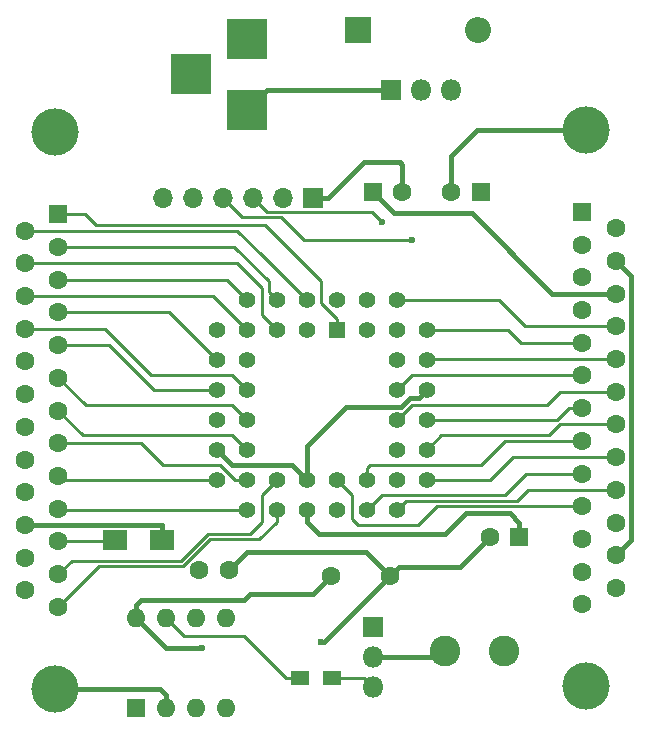
<source format=gtl>
G04 #@! TF.FileFunction,Copper,L1,Top,Signal*
%FSLAX46Y46*%
G04 Gerber Fmt 4.6, Leading zero omitted, Abs format (unit mm)*
G04 Created by KiCad (PCBNEW 4.0.7-e2-6376~58~ubuntu16.04.1) date Sat Dec  9 11:07:45 2023*
%MOMM*%
%LPD*%
G01*
G04 APERTURE LIST*
%ADD10C,0.100000*%
%ADD11R,1.600000X1.600000*%
%ADD12C,1.600000*%
%ADD13R,2.200000X2.200000*%
%ADD14O,2.200000X2.200000*%
%ADD15R,3.500000X3.500000*%
%ADD16C,4.000000*%
%ADD17R,1.700000X1.700000*%
%ADD18O,1.700000X1.700000*%
%ADD19R,2.000000X1.700000*%
%ADD20C,2.600000*%
%ADD21R,1.800000X1.800000*%
%ADD22O,1.800000X1.800000*%
%ADD23R,1.500000X1.300000*%
%ADD24R,1.397000X1.397000*%
%ADD25C,1.397000*%
%ADD26O,1.600000X1.600000*%
%ADD27C,0.600000*%
%ADD28C,0.400000*%
%ADD29C,0.250000*%
G04 APERTURE END LIST*
D10*
D11*
X119888000Y-54102000D03*
D12*
X122388000Y-54102000D03*
D11*
X129032000Y-54102000D03*
D12*
X126532000Y-54102000D03*
X116332000Y-86614000D03*
X121332000Y-86614000D03*
X105196000Y-86106000D03*
X107696000Y-86106000D03*
D11*
X132294000Y-83312000D03*
D12*
X129794000Y-83312000D03*
D13*
X118618000Y-40386000D03*
D14*
X128778000Y-40386000D03*
D15*
X109220000Y-47148000D03*
X109220000Y-41148000D03*
X104520000Y-44148000D03*
D11*
X93264000Y-55981000D03*
D12*
X93264000Y-58751000D03*
X93264000Y-61521000D03*
X93264000Y-64291000D03*
X93264000Y-67061000D03*
X93264000Y-69831000D03*
X93264000Y-72601000D03*
X93264000Y-75371000D03*
X93264000Y-78141000D03*
X93264000Y-80911000D03*
X93264000Y-83681000D03*
X93264000Y-86451000D03*
X93264000Y-89221000D03*
X90424000Y-57366000D03*
X90424000Y-60136000D03*
X90424000Y-62906000D03*
X90424000Y-65676000D03*
X90424000Y-68446000D03*
X90424000Y-71216000D03*
X90424000Y-73986000D03*
X90424000Y-76756000D03*
X90424000Y-79526000D03*
X90424000Y-82296000D03*
X90424000Y-85066000D03*
X90424000Y-87836000D03*
D16*
X92964000Y-49051000D03*
X92964000Y-96151000D03*
D17*
X114808000Y-54610000D03*
D18*
X112268000Y-54610000D03*
X109728000Y-54610000D03*
X107188000Y-54610000D03*
X104648000Y-54610000D03*
X102108000Y-54610000D03*
D11*
X137622000Y-55775000D03*
D12*
X137622000Y-58545000D03*
X137622000Y-61315000D03*
X137622000Y-64085000D03*
X137622000Y-66855000D03*
X137622000Y-69625000D03*
X137622000Y-72395000D03*
X137622000Y-75165000D03*
X137622000Y-77935000D03*
X137622000Y-80705000D03*
X137622000Y-83475000D03*
X137622000Y-86245000D03*
X137622000Y-89015000D03*
X140462000Y-57160000D03*
X140462000Y-59930000D03*
X140462000Y-62700000D03*
X140462000Y-65470000D03*
X140462000Y-68240000D03*
X140462000Y-71010000D03*
X140462000Y-73780000D03*
X140462000Y-76550000D03*
X140462000Y-79320000D03*
X140462000Y-82090000D03*
X140462000Y-84860000D03*
X140462000Y-87630000D03*
D16*
X137922000Y-95945000D03*
X137922000Y-48845000D03*
D19*
X98044000Y-83566000D03*
X102044000Y-83566000D03*
D20*
X125984000Y-92964000D03*
X130984000Y-92964000D03*
D21*
X119888000Y-90932000D03*
D22*
X119888000Y-93472000D03*
X119888000Y-96012000D03*
D23*
X116398000Y-95250000D03*
X113698000Y-95250000D03*
D21*
X121412000Y-45466000D03*
D22*
X123952000Y-45466000D03*
X126492000Y-45466000D03*
D24*
X116840000Y-65786000D03*
D25*
X114300000Y-63246000D03*
X114300000Y-65786000D03*
X111760000Y-63246000D03*
X111760000Y-65786000D03*
X109220000Y-63246000D03*
X106680000Y-65786000D03*
X109220000Y-65786000D03*
X106680000Y-68326000D03*
X109220000Y-68326000D03*
X106680000Y-70866000D03*
X109220000Y-70866000D03*
X106680000Y-73406000D03*
X109220000Y-73406000D03*
X106680000Y-75946000D03*
X109220000Y-75946000D03*
X106680000Y-78486000D03*
X109220000Y-81026000D03*
X109220000Y-78486000D03*
X111760000Y-81026000D03*
X111760000Y-78486000D03*
X114300000Y-81026000D03*
X114300000Y-78486000D03*
X116840000Y-81026000D03*
X116840000Y-78486000D03*
X119380000Y-81026000D03*
X119380000Y-78486000D03*
X121920000Y-81026000D03*
X124460000Y-78486000D03*
X121920000Y-78486000D03*
X124460000Y-75946000D03*
X121920000Y-75946000D03*
X124460000Y-73406000D03*
X121920000Y-73406000D03*
X124460000Y-70866000D03*
X121920000Y-70866000D03*
X124460000Y-68326000D03*
X121920000Y-68326000D03*
X124460000Y-65786000D03*
X121920000Y-63246000D03*
X121920000Y-65786000D03*
X119380000Y-63246000D03*
X119380000Y-65786000D03*
X116840000Y-63246000D03*
D11*
X99822000Y-97790000D03*
D26*
X107442000Y-90170000D03*
X102362000Y-97790000D03*
X104902000Y-90170000D03*
X104902000Y-97790000D03*
X102362000Y-90170000D03*
X107442000Y-97790000D03*
X99822000Y-90170000D03*
D27*
X105410000Y-92710000D03*
X115476000Y-92202000D03*
X120650000Y-56642000D03*
X123190000Y-58166000D03*
X113698000Y-95250000D03*
D28*
X121412000Y-45466000D02*
X110902000Y-45466000D01*
X110902000Y-45466000D02*
X109220000Y-47148000D01*
X140462000Y-62700000D02*
X135090000Y-62700000D01*
X135090000Y-62700000D02*
X128270000Y-55880000D01*
X128270000Y-55880000D02*
X121666000Y-55880000D01*
X121666000Y-55880000D02*
X119888000Y-54102000D01*
X109474000Y-88138000D02*
X114808000Y-88138000D01*
X114808000Y-88138000D02*
X116332000Y-86614000D01*
X108966000Y-88646000D02*
X109474000Y-88138000D01*
X100214630Y-88646000D02*
X108966000Y-88646000D01*
X99822000Y-90170000D02*
X99822000Y-89038630D01*
X99822000Y-89038630D02*
X100214630Y-88646000D01*
X99822000Y-90170000D02*
X102362000Y-92710000D01*
X102362000Y-92710000D02*
X105410000Y-92710000D01*
X109886000Y-46482000D02*
X109220000Y-47148000D01*
X122174000Y-51562000D02*
X119106000Y-51562000D01*
X119106000Y-51562000D02*
X116058000Y-54610000D01*
X116058000Y-54610000D02*
X114808000Y-54610000D01*
X122388000Y-51776000D02*
X122174000Y-51562000D01*
X122388000Y-54102000D02*
X122388000Y-51776000D01*
X130011000Y-48845000D02*
X130556000Y-48845000D01*
X130556000Y-48845000D02*
X137922000Y-48845000D01*
X126532000Y-51014000D02*
X128701000Y-48845000D01*
X128701000Y-48845000D02*
X130556000Y-48845000D01*
X126532000Y-54102000D02*
X126532000Y-51014000D01*
X127762000Y-81280000D02*
X131462000Y-81280000D01*
X131462000Y-81280000D02*
X132294000Y-82112000D01*
X132294000Y-82112000D02*
X132294000Y-83312000D01*
X125984000Y-83058000D02*
X127762000Y-81280000D01*
X115344172Y-83058000D02*
X125984000Y-83058000D01*
X114300000Y-81026000D02*
X114300000Y-82013828D01*
X114300000Y-82013828D02*
X115344172Y-83058000D01*
X90424000Y-82296000D02*
X102024000Y-82296000D01*
X102024000Y-82296000D02*
X102044000Y-82316000D01*
X102044000Y-82316000D02*
X102044000Y-83566000D01*
X92964000Y-96151000D02*
X100584000Y-96151000D01*
X102362000Y-97790000D02*
X102362000Y-96658630D01*
X102362000Y-96658630D02*
X101854370Y-96151000D01*
X101854370Y-96151000D02*
X100584000Y-96151000D01*
X140462000Y-59930000D02*
X141261999Y-60729999D01*
X141261999Y-60729999D02*
X141261999Y-60743999D01*
X141261999Y-60743999D02*
X141732000Y-61214000D01*
X141732000Y-83590000D02*
X140462000Y-84860000D01*
X141732000Y-61214000D02*
X141732000Y-83590000D01*
X114300000Y-78486000D02*
X113030000Y-77216000D01*
X113030000Y-77216000D02*
X107950000Y-77216000D01*
X107950000Y-77216000D02*
X106680000Y-75946000D01*
X122256501Y-72307499D02*
X117602000Y-72307499D01*
X114300000Y-78486000D02*
X114300000Y-75609499D01*
X114300000Y-75609499D02*
X117602000Y-72307499D01*
X122999501Y-71564499D02*
X122256501Y-72307499D01*
X124460000Y-70866000D02*
X123761501Y-71564499D01*
X123761501Y-71564499D02*
X122999501Y-71564499D01*
X121332000Y-86614000D02*
X115744000Y-92202000D01*
X115744000Y-92202000D02*
X115476000Y-92202000D01*
X121332000Y-86614000D02*
X120532001Y-87413999D01*
X119300000Y-84582000D02*
X109220000Y-84582000D01*
X109220000Y-84582000D02*
X107696000Y-86106000D01*
X121332000Y-86614000D02*
X119300000Y-84582000D01*
X129794000Y-83312000D02*
X127291999Y-85814001D01*
X127291999Y-85814001D02*
X122131999Y-85814001D01*
X122131999Y-85814001D02*
X121332000Y-86614000D01*
X119888000Y-93472000D02*
X125476000Y-93472000D01*
X125476000Y-93472000D02*
X125984000Y-92964000D01*
D29*
X116840000Y-65786000D02*
X116840000Y-64837500D01*
X116840000Y-64837500D02*
X115502500Y-63500000D01*
X115502500Y-63500000D02*
X115502500Y-61654500D01*
X96438989Y-56915989D02*
X95504000Y-55981000D01*
X115502500Y-61654500D02*
X110763989Y-56915989D01*
X110763989Y-56915989D02*
X96438989Y-56915989D01*
X95504000Y-55981000D02*
X94314000Y-55981000D01*
X94314000Y-55981000D02*
X93264000Y-55981000D01*
X108152590Y-58751000D02*
X111061501Y-61659911D01*
X111061501Y-61659911D02*
X111061501Y-62547501D01*
X93264000Y-58751000D02*
X108152590Y-58751000D01*
X111061501Y-62547501D02*
X111760000Y-63246000D01*
X93264000Y-61521000D02*
X107495000Y-61521000D01*
X107495000Y-61521000D02*
X109220000Y-63246000D01*
X102645000Y-64291000D02*
X94395370Y-64291000D01*
X106680000Y-68326000D02*
X102645000Y-64291000D01*
X94395370Y-64291000D02*
X93264000Y-64291000D01*
X101346000Y-70866000D02*
X97541000Y-67061000D01*
X97541000Y-67061000D02*
X93264000Y-67061000D01*
X106680000Y-70866000D02*
X101346000Y-70866000D01*
X109220000Y-73406000D02*
X107950000Y-72136000D01*
X107950000Y-72136000D02*
X95569000Y-72136000D01*
X95569000Y-72136000D02*
X93264000Y-69831000D01*
X109220000Y-75946000D02*
X107950000Y-74676000D01*
X107950000Y-74676000D02*
X95339000Y-74676000D01*
X95339000Y-74676000D02*
X93264000Y-72601000D01*
X100263000Y-75371000D02*
X98298000Y-75371000D01*
X102108000Y-77216000D02*
X100263000Y-75371000D01*
X106962172Y-77216000D02*
X102108000Y-77216000D01*
X108232172Y-78486000D02*
X106962172Y-77216000D01*
X109220000Y-78486000D02*
X108232172Y-78486000D01*
X98298000Y-75371000D02*
X93264000Y-75371000D01*
X98806000Y-75371000D02*
X98298000Y-75371000D01*
X98993000Y-75371000D02*
X98806000Y-75371000D01*
X106680000Y-78486000D02*
X93609000Y-78486000D01*
X93609000Y-78486000D02*
X93264000Y-78141000D01*
X109220000Y-81026000D02*
X93379000Y-81026000D01*
X93379000Y-81026000D02*
X93264000Y-80911000D01*
X93264000Y-83681000D02*
X97929000Y-83681000D01*
X97929000Y-83681000D02*
X98044000Y-83566000D01*
X103632000Y-85344000D02*
X94371000Y-85344000D01*
X94371000Y-85344000D02*
X93264000Y-86451000D01*
X105918000Y-83058000D02*
X103632000Y-85344000D01*
X109474000Y-83058000D02*
X105918000Y-83058000D01*
X110490000Y-82042000D02*
X109474000Y-83058000D01*
X110490000Y-79756000D02*
X110490000Y-82042000D01*
X111760000Y-78486000D02*
X110490000Y-79756000D01*
X111760000Y-82013828D02*
X111760000Y-81026000D01*
X110265817Y-83508011D02*
X111760000Y-82013828D01*
X103818401Y-85794009D02*
X106104399Y-83508011D01*
X96690991Y-85794009D02*
X103818401Y-85794009D01*
X93264000Y-89221000D02*
X96690991Y-85794009D01*
X106104399Y-83508011D02*
X110265817Y-83508011D01*
X108420000Y-57366000D02*
X110490000Y-59436000D01*
X90424000Y-57366000D02*
X108420000Y-57366000D01*
X110490000Y-59436000D02*
X114300000Y-63246000D01*
X90424000Y-60136000D02*
X108396000Y-60136000D01*
X110490000Y-64516000D02*
X111760000Y-65786000D01*
X108396000Y-60136000D02*
X110490000Y-62230000D01*
X110490000Y-62230000D02*
X110490000Y-64516000D01*
X90424000Y-62906000D02*
X106340000Y-62906000D01*
X106340000Y-62906000D02*
X107188000Y-63754000D01*
X107188000Y-63754000D02*
X109220000Y-65786000D01*
X109220000Y-70866000D02*
X107950000Y-69596000D01*
X107950000Y-69596000D02*
X101092000Y-69596000D01*
X101092000Y-69596000D02*
X97172000Y-65676000D01*
X97172000Y-65676000D02*
X90424000Y-65676000D01*
X110577999Y-55459999D02*
X109728000Y-54610000D01*
X110903001Y-55785001D02*
X110577999Y-55459999D01*
X119793001Y-55785001D02*
X110903001Y-55785001D01*
X120650000Y-56642000D02*
X119793001Y-55785001D01*
X108813012Y-56235012D02*
X108037999Y-55459999D01*
X112115012Y-56235012D02*
X108813012Y-56235012D01*
X108037999Y-55459999D02*
X107188000Y-54610000D01*
X114046000Y-58166000D02*
X112115012Y-56235012D01*
X123190000Y-58166000D02*
X114046000Y-58166000D01*
X131318000Y-65786000D02*
X132387000Y-66855000D01*
X132387000Y-66855000D02*
X137622000Y-66855000D01*
X124460000Y-65786000D02*
X131318000Y-65786000D01*
X123190000Y-69596000D02*
X123219000Y-69625000D01*
X123219000Y-69625000D02*
X137622000Y-69625000D01*
X121920000Y-70866000D02*
X123190000Y-69596000D01*
X136490630Y-72395000D02*
X135479630Y-73406000D01*
X125447828Y-73406000D02*
X124460000Y-73406000D01*
X137622000Y-72395000D02*
X136490630Y-72395000D01*
X135479630Y-73406000D02*
X125447828Y-73406000D01*
X136490630Y-75165000D02*
X136906000Y-75165000D01*
X136906000Y-75165000D02*
X137622000Y-75165000D01*
X129032000Y-77216000D02*
X131083000Y-75165000D01*
X131083000Y-75165000D02*
X136906000Y-75165000D01*
X119662172Y-77216000D02*
X129032000Y-77216000D01*
X119380000Y-78486000D02*
X119380000Y-77498172D01*
X119380000Y-77498172D02*
X119662172Y-77216000D01*
X131064000Y-79756000D02*
X132885000Y-77935000D01*
X132885000Y-77935000D02*
X137622000Y-77935000D01*
X120650000Y-79756000D02*
X131064000Y-79756000D01*
X119380000Y-81026000D02*
X120650000Y-79756000D01*
X118110000Y-81788000D02*
X118618000Y-82296000D01*
X118618000Y-82296000D02*
X123698000Y-82296000D01*
X123698000Y-82296000D02*
X125289000Y-80705000D01*
X125289000Y-80705000D02*
X137622000Y-80705000D01*
X118110000Y-81270782D02*
X118110000Y-81788000D01*
X118110000Y-80772000D02*
X118110000Y-81788000D01*
X118110000Y-79756000D02*
X118110000Y-80772000D01*
X118110000Y-80772000D02*
X118110000Y-81270782D01*
X116840000Y-78486000D02*
X118110000Y-79756000D01*
X130556000Y-63246000D02*
X132780000Y-65470000D01*
X132780000Y-65470000D02*
X140462000Y-65470000D01*
X121920000Y-63246000D02*
X130556000Y-63246000D01*
X140462000Y-68240000D02*
X124546000Y-68240000D01*
X124546000Y-68240000D02*
X124460000Y-68326000D01*
X121920000Y-73406000D02*
X123190000Y-72136000D01*
X123190000Y-72136000D02*
X134620000Y-72136000D01*
X134620000Y-72136000D02*
X135746000Y-71010000D01*
X135746000Y-71010000D02*
X140462000Y-71010000D01*
X139330630Y-73780000D02*
X140462000Y-73780000D01*
X135742041Y-73780000D02*
X139330630Y-73780000D01*
X125691011Y-74714989D02*
X134807052Y-74714989D01*
X124460000Y-75946000D02*
X125691011Y-74714989D01*
X134807052Y-74714989D02*
X135742041Y-73780000D01*
X140462000Y-76550000D02*
X133350000Y-76550000D01*
X133350000Y-76550000D02*
X133000000Y-76550000D01*
X129794000Y-78486000D02*
X131730000Y-76550000D01*
X131730000Y-76550000D02*
X133350000Y-76550000D01*
X124460000Y-78486000D02*
X129794000Y-78486000D01*
X139330630Y-79320000D02*
X140462000Y-79320000D01*
X132089011Y-80254989D02*
X133024000Y-79320000D01*
X122691011Y-80254989D02*
X132089011Y-80254989D01*
X133024000Y-79320000D02*
X139330630Y-79320000D01*
X121920000Y-81026000D02*
X122691011Y-80254989D01*
X116398000Y-95250000D02*
X119126000Y-95250000D01*
X119126000Y-95250000D02*
X119888000Y-96012000D01*
X108966000Y-91694000D02*
X112522000Y-95250000D01*
X112522000Y-95250000D02*
X113698000Y-95250000D01*
X103886000Y-91694000D02*
X108966000Y-91694000D01*
X102362000Y-90170000D02*
X103886000Y-91694000D01*
M02*

</source>
